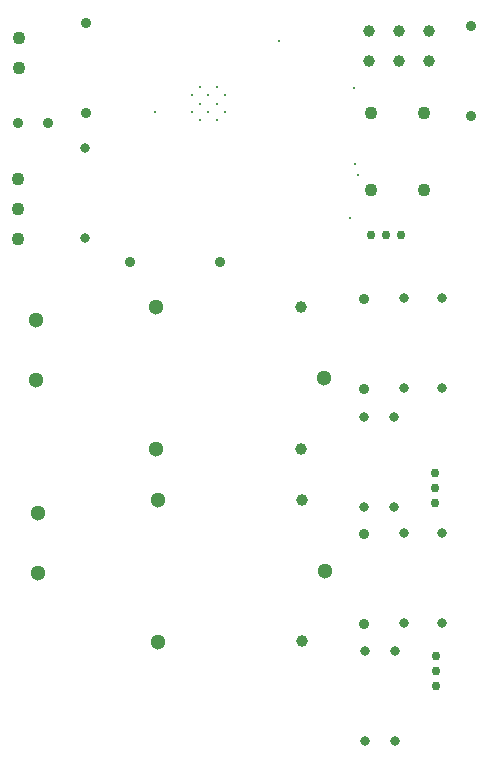
<source format=gbr>
%TF.GenerationSoftware,KiCad,Pcbnew,8.0.7*%
%TF.CreationDate,2025-07-07T17:53:02+05:30*%
%TF.ProjectId,SRF_V1,5352465f-5631-42e6-9b69-6361645f7063,rev?*%
%TF.SameCoordinates,Original*%
%TF.FileFunction,Plated,1,2,PTH,Drill*%
%TF.FilePolarity,Positive*%
%FSLAX46Y46*%
G04 Gerber Fmt 4.6, Leading zero omitted, Abs format (unit mm)*
G04 Created by KiCad (PCBNEW 8.0.7) date 2025-07-07 17:53:02*
%MOMM*%
%LPD*%
G01*
G04 APERTURE LIST*
%TA.AperFunction,ComponentDrill*%
%ADD10C,0.200000*%
%TD*%
%TA.AperFunction,ViaDrill*%
%ADD11C,0.300000*%
%TD*%
%TA.AperFunction,ComponentDrill*%
%ADD12C,0.750000*%
%TD*%
%TA.AperFunction,ComponentDrill*%
%ADD13C,0.800000*%
%TD*%
%TA.AperFunction,ComponentDrill*%
%ADD14C,0.900000*%
%TD*%
%TA.AperFunction,ComponentDrill*%
%ADD15C,1.000000*%
%TD*%
%TA.AperFunction,ComponentDrill*%
%ADD16C,1.100000*%
%TD*%
%TA.AperFunction,ComponentDrill*%
%ADD17C,1.300000*%
%TD*%
G04 APERTURE END LIST*
D10*
%TO.C,U1*%
X77440000Y-77160000D03*
X77440000Y-78560000D03*
X78140000Y-76460000D03*
X78140000Y-77860000D03*
X78140000Y-79260000D03*
X78815000Y-77160000D03*
X78815000Y-78560000D03*
X79540000Y-76460000D03*
X79540000Y-77860000D03*
X79540000Y-79260000D03*
X80240000Y-77160000D03*
X80240000Y-78560000D03*
%TD*%
D11*
X74300000Y-78600000D03*
X84800000Y-72550000D03*
X90800000Y-87550000D03*
X91150000Y-76550000D03*
X91250000Y-83000000D03*
X91550000Y-83900000D03*
D12*
%TO.C,Q1*%
X92600000Y-89000000D03*
X93870000Y-89000000D03*
X95140000Y-89000000D03*
%TO.C,Q3*%
X98050000Y-109100000D03*
X98050000Y-110370000D03*
X98050000Y-111640000D03*
%TO.C,Q2*%
X98100000Y-124650000D03*
X98100000Y-125920000D03*
X98100000Y-127190000D03*
D13*
%TO.C,R5*%
X68400000Y-81580000D03*
X68400000Y-89200000D03*
%TO.C,U3*%
X92010000Y-104350000D03*
X92010000Y-111970000D03*
%TO.C,U2*%
X92075000Y-124200000D03*
X92075000Y-131820000D03*
%TO.C,U3*%
X94550000Y-104350000D03*
X94550000Y-111970000D03*
%TO.C,U2*%
X94615000Y-124200000D03*
X94615000Y-131820000D03*
%TO.C,R3*%
X95450000Y-94290000D03*
X95450000Y-101910000D03*
%TO.C,R1*%
X95450000Y-114200000D03*
X95450000Y-121820000D03*
%TO.C,R4*%
X98600000Y-94340000D03*
X98600000Y-101960000D03*
%TO.C,R2*%
X98600000Y-114210000D03*
X98600000Y-121830000D03*
D14*
%TO.C,D6*%
X62730000Y-79500000D03*
X65270000Y-79500000D03*
%TO.C,D1*%
X68500000Y-71040000D03*
X68500000Y-78660000D03*
%TO.C,D2*%
X72230000Y-91300000D03*
X79850000Y-91300000D03*
%TO.C,D5*%
X92050000Y-94390000D03*
X92050000Y-102010000D03*
%TO.C,D4*%
X92050000Y-114300000D03*
X92050000Y-121920000D03*
%TO.C,D3*%
X101100000Y-71290000D03*
X101100000Y-78910000D03*
D15*
%TO.C,K2*%
X86650000Y-95050000D03*
X86650000Y-107050000D03*
%TO.C,K1*%
X86800000Y-111370000D03*
X86800000Y-123370000D03*
%TO.C,J2*%
X92420000Y-71710000D03*
X92420000Y-74250000D03*
X94960000Y-71710000D03*
X94960000Y-74250000D03*
X97500000Y-71710000D03*
X97500000Y-74250000D03*
D16*
%TO.C,J4*%
X62740000Y-84220000D03*
X62740000Y-86760000D03*
X62740000Y-89300000D03*
%TO.C,J1*%
X62850000Y-72310000D03*
X62850000Y-74850000D03*
%TO.C,SW1*%
X92600000Y-78650000D03*
X92600000Y-85150000D03*
X97100000Y-78650000D03*
X97100000Y-85150000D03*
D17*
%TO.C,J5*%
X64245000Y-96205000D03*
X64245000Y-101285000D03*
%TO.C,J3*%
X64400000Y-112520000D03*
X64400000Y-117600000D03*
%TO.C,K2*%
X74400000Y-107100000D03*
X74450000Y-95050000D03*
%TO.C,K1*%
X74550000Y-123420000D03*
X74600000Y-111370000D03*
%TO.C,K2*%
X88600000Y-101100000D03*
%TO.C,K1*%
X88750000Y-117420000D03*
M02*

</source>
